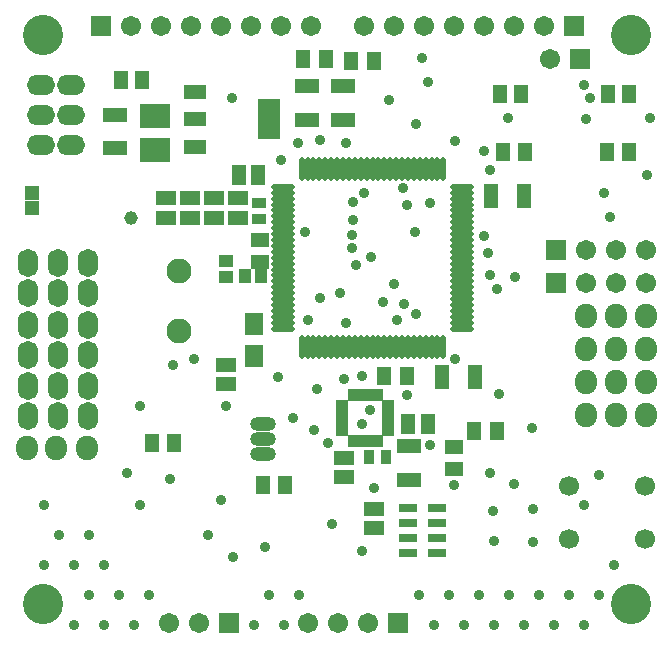
<source format=gts>
G04 Layer_Color=8388736*
%FSTAX24Y24*%
%MOIN*%
G70*
G01*
G75*
%ADD65R,0.0395X0.0198*%
%ADD66R,0.0198X0.0395*%
%ADD67R,0.0474X0.0513*%
%ADD68R,0.0769X0.1340*%
%ADD69R,0.0769X0.0454*%
%ADD70O,0.0198X0.0789*%
%ADD71O,0.0789X0.0198*%
%ADD72R,0.0797X0.0482*%
%ADD73R,0.0454X0.0631*%
%ADD74R,0.0986X0.0789*%
%ADD75R,0.0513X0.0698*%
%ADD76R,0.0698X0.0513*%
%ADD77R,0.0470X0.0659*%
%ADD78R,0.0474X0.0631*%
%ADD79R,0.0631X0.0454*%
%ADD80R,0.0466X0.0419*%
%ADD81R,0.0419X0.0466*%
%ADD82R,0.0592X0.0749*%
%ADD83R,0.0659X0.0470*%
%ADD84R,0.0482X0.0797*%
%ADD85R,0.0450X0.0375*%
%ADD86R,0.0612X0.0297*%
%ADD87R,0.0375X0.0450*%
%ADD88R,0.0671X0.0671*%
%ADD89C,0.0671*%
%ADD90O,0.0680X0.0940*%
%ADD91O,0.0730X0.0830*%
%ADD92C,0.0667*%
%ADD93C,0.0830*%
%ADD94C,0.1340*%
%ADD95O,0.0940X0.0680*%
%ADD96O,0.0867X0.0474*%
%ADD97O,0.0867X0.0474*%
%ADD98C,0.0360*%
%ADD99C,0.0460*%
D65*
X041982Y027492D02*
D03*
Y027295D02*
D03*
Y027098D02*
D03*
Y026902D02*
D03*
Y026705D02*
D03*
Y026508D02*
D03*
X043518D02*
D03*
Y026705D02*
D03*
Y026902D02*
D03*
Y027098D02*
D03*
Y027295D02*
D03*
Y027492D02*
D03*
D66*
X042258Y026232D02*
D03*
X042455D02*
D03*
X042652D02*
D03*
X042848D02*
D03*
X043045D02*
D03*
X043242D02*
D03*
Y027768D02*
D03*
X043045D02*
D03*
X042848D02*
D03*
X042652D02*
D03*
X042455D02*
D03*
X042258D02*
D03*
D67*
X03165Y034D02*
D03*
Y034512D02*
D03*
D68*
X03954Y03695D02*
D03*
D69*
X03706Y036044D02*
D03*
Y03695D02*
D03*
Y037856D02*
D03*
D70*
X040624Y035315D02*
D03*
X040821D02*
D03*
X041018D02*
D03*
X041215D02*
D03*
X041412D02*
D03*
X041609D02*
D03*
X041806D02*
D03*
X042002D02*
D03*
X042199D02*
D03*
X042396D02*
D03*
X042593D02*
D03*
X04279D02*
D03*
X042987D02*
D03*
X043183D02*
D03*
X04338D02*
D03*
X043577D02*
D03*
X043774D02*
D03*
X043971D02*
D03*
X044168D02*
D03*
X044365D02*
D03*
X044561D02*
D03*
X044758D02*
D03*
X044955D02*
D03*
X045152D02*
D03*
X045349D02*
D03*
Y02937D02*
D03*
X045152D02*
D03*
X044955D02*
D03*
X044758D02*
D03*
X044561D02*
D03*
X044365D02*
D03*
X044168D02*
D03*
X043971D02*
D03*
X043774D02*
D03*
X043577D02*
D03*
X04338D02*
D03*
X043183D02*
D03*
X042987D02*
D03*
X04279D02*
D03*
X042593D02*
D03*
X042396D02*
D03*
X042199D02*
D03*
X042002D02*
D03*
X041806D02*
D03*
X041609D02*
D03*
X041412D02*
D03*
X041215D02*
D03*
X041018D02*
D03*
X040821D02*
D03*
X040624D02*
D03*
D71*
X045959Y034704D02*
D03*
Y034507D02*
D03*
Y034311D02*
D03*
Y034114D02*
D03*
Y033917D02*
D03*
Y03372D02*
D03*
Y033523D02*
D03*
Y033326D02*
D03*
Y03313D02*
D03*
Y032933D02*
D03*
Y032736D02*
D03*
Y032539D02*
D03*
Y032342D02*
D03*
Y032145D02*
D03*
Y031948D02*
D03*
Y031752D02*
D03*
Y031555D02*
D03*
Y031358D02*
D03*
Y031161D02*
D03*
Y030964D02*
D03*
Y030767D02*
D03*
Y03057D02*
D03*
Y030374D02*
D03*
Y030177D02*
D03*
Y02998D02*
D03*
X040014D02*
D03*
Y030177D02*
D03*
Y030374D02*
D03*
Y03057D02*
D03*
Y030767D02*
D03*
Y030964D02*
D03*
Y031161D02*
D03*
Y031358D02*
D03*
Y031555D02*
D03*
Y031752D02*
D03*
Y031948D02*
D03*
Y032145D02*
D03*
Y032342D02*
D03*
Y032539D02*
D03*
Y032736D02*
D03*
Y032933D02*
D03*
Y03313D02*
D03*
Y033326D02*
D03*
Y033523D02*
D03*
Y03372D02*
D03*
Y033917D02*
D03*
Y034114D02*
D03*
Y034311D02*
D03*
Y034507D02*
D03*
Y034704D02*
D03*
D72*
X042Y036949D02*
D03*
Y038051D02*
D03*
X0408Y036949D02*
D03*
Y038051D02*
D03*
X0344Y036D02*
D03*
Y037102D02*
D03*
X0442Y024949D02*
D03*
Y026051D02*
D03*
D73*
X040676Y03895D02*
D03*
X041424D02*
D03*
X040074Y02475D02*
D03*
X039326D02*
D03*
X035626Y02615D02*
D03*
X036374D02*
D03*
X046376Y02655D02*
D03*
X047124D02*
D03*
X043376Y0284D02*
D03*
X044124D02*
D03*
X047326Y03585D02*
D03*
X048074D02*
D03*
X050802D02*
D03*
X05155D02*
D03*
X042276Y0389D02*
D03*
X043024D02*
D03*
D74*
X03575Y037071D02*
D03*
Y035929D02*
D03*
D75*
X039169Y0351D02*
D03*
X038531D02*
D03*
D76*
X036087Y033681D02*
D03*
Y034319D02*
D03*
X036896Y033681D02*
D03*
Y034319D02*
D03*
X037706Y033681D02*
D03*
Y034319D02*
D03*
X038516Y033681D02*
D03*
Y034319D02*
D03*
X0381Y028769D02*
D03*
Y028131D02*
D03*
X04305Y023331D02*
D03*
Y023969D02*
D03*
D77*
X044177Y0268D02*
D03*
X044823D02*
D03*
D78*
X035304Y03825D02*
D03*
X034596D02*
D03*
X04795Y0378D02*
D03*
X047241D02*
D03*
X051535D02*
D03*
X050826D02*
D03*
D79*
X03925Y032941D02*
D03*
Y032193D02*
D03*
X0457Y026048D02*
D03*
Y0253D02*
D03*
D80*
X0381Y032226D02*
D03*
Y031707D02*
D03*
D81*
X03926Y031717D02*
D03*
X03874D02*
D03*
D82*
X03905Y029069D02*
D03*
Y030131D02*
D03*
D83*
X04205Y025673D02*
D03*
Y025027D02*
D03*
D84*
X048051Y0344D02*
D03*
X046949D02*
D03*
X046401Y02835D02*
D03*
X045299D02*
D03*
D85*
X0392Y033624D02*
D03*
Y034176D02*
D03*
D86*
X045122Y023988D02*
D03*
Y023496D02*
D03*
Y023004D02*
D03*
Y022512D02*
D03*
X044178D02*
D03*
Y023004D02*
D03*
Y023496D02*
D03*
Y023988D02*
D03*
D87*
X042874Y0257D02*
D03*
X043426D02*
D03*
D88*
X0382Y02015D02*
D03*
X0499Y03895D02*
D03*
X0497Y04005D02*
D03*
X0491Y0326D02*
D03*
Y0315D02*
D03*
X04385Y02015D02*
D03*
X03395Y04005D02*
D03*
D89*
X0372Y02015D02*
D03*
X0362D02*
D03*
X0489Y03895D02*
D03*
X0427Y04005D02*
D03*
X0437D02*
D03*
X0447D02*
D03*
X0457D02*
D03*
X0467D02*
D03*
X0477D02*
D03*
X0487D02*
D03*
X0501Y0326D02*
D03*
X0511D02*
D03*
X0521D02*
D03*
X0501Y0315D02*
D03*
X0511D02*
D03*
X0521D02*
D03*
X04285Y02015D02*
D03*
X04185D02*
D03*
X04085D02*
D03*
X03495Y04005D02*
D03*
X03595D02*
D03*
X03695D02*
D03*
X03795D02*
D03*
X03895D02*
D03*
X03995D02*
D03*
X04095D02*
D03*
D90*
X033488Y02805D02*
D03*
X032488D02*
D03*
X031498D02*
D03*
X033488Y02705D02*
D03*
X031488D02*
D03*
X032488D02*
D03*
X033488Y0301D02*
D03*
X032488D02*
D03*
X031498D02*
D03*
X033488Y0291D02*
D03*
X031488D02*
D03*
X032488D02*
D03*
X033488Y032153D02*
D03*
X032488Y03215D02*
D03*
X031498D02*
D03*
X033488Y03115D02*
D03*
X031488D02*
D03*
X032488D02*
D03*
D91*
X033458Y026D02*
D03*
X032448D02*
D03*
X031468D02*
D03*
X0501Y0293D02*
D03*
X05111D02*
D03*
X05209D02*
D03*
X0501Y0304D02*
D03*
X05111D02*
D03*
X05209D02*
D03*
X0501Y0282D02*
D03*
X05111D02*
D03*
X05209D02*
D03*
X0501Y0271D02*
D03*
X05111D02*
D03*
X05209D02*
D03*
D92*
X05208Y024736D02*
D03*
Y022964D02*
D03*
X04952Y024736D02*
D03*
Y022964D02*
D03*
D93*
X03655Y0299D02*
D03*
Y0319D02*
D03*
D94*
X0516Y03975D02*
D03*
Y0208D02*
D03*
X032D02*
D03*
Y03975D02*
D03*
D95*
X03295Y0361D02*
D03*
Y0371D02*
D03*
Y03809D02*
D03*
X03195Y0361D02*
D03*
Y0381D02*
D03*
Y0371D02*
D03*
D96*
X03935Y0268D02*
D03*
D97*
Y0263D02*
D03*
Y0258D02*
D03*
D98*
X04575Y028969D02*
D03*
X0429Y02725D02*
D03*
X04105Y0266D02*
D03*
X04265Y0268D02*
D03*
X0457Y02475D02*
D03*
X044124Y02775D02*
D03*
X0415Y02615D02*
D03*
X0375Y0231D02*
D03*
X04115Y02795D02*
D03*
X04125Y031D02*
D03*
X03835Y02235D02*
D03*
X0421Y03015D02*
D03*
X04085Y03025D02*
D03*
X0419Y03115D02*
D03*
X04445Y0368D02*
D03*
X04075Y0332D02*
D03*
X0475Y037D02*
D03*
X05215Y0351D02*
D03*
X04355Y0376D02*
D03*
X0449Y03415D02*
D03*
X04465Y039D02*
D03*
X04485Y0382D02*
D03*
X04575Y036225D02*
D03*
X0501Y03695D02*
D03*
X05025Y03765D02*
D03*
X0444Y0332D02*
D03*
X04405Y0308D02*
D03*
X04235Y0342D02*
D03*
X0423Y03265D02*
D03*
X04295Y03235D02*
D03*
X04245Y0321D02*
D03*
X0437Y03145D02*
D03*
X04335Y03085D02*
D03*
X0438Y03025D02*
D03*
X0427Y0345D02*
D03*
X04125Y03625D02*
D03*
X04415Y0341D02*
D03*
X03985Y02835D02*
D03*
X0381Y0274D02*
D03*
X04445Y03045D02*
D03*
X04775Y0317D02*
D03*
X04685Y0325D02*
D03*
X0469Y03175D02*
D03*
X04715Y0313D02*
D03*
X0507Y0345D02*
D03*
X05225Y037D02*
D03*
X0421Y03615D02*
D03*
X0509Y0337D02*
D03*
X04035Y027D02*
D03*
X0472Y0278D02*
D03*
X0467Y0359D02*
D03*
X0383Y03765D02*
D03*
X0469Y02515D02*
D03*
X0483Y02665D02*
D03*
X03795Y02425D02*
D03*
X0405Y03615D02*
D03*
X03635Y02875D02*
D03*
X04235Y0336D02*
D03*
X0423Y0331D02*
D03*
X03705Y02895D02*
D03*
X0467Y03305D02*
D03*
X044Y03465D02*
D03*
X0469Y03525D02*
D03*
X03995Y0356D02*
D03*
X04305Y02465D02*
D03*
X0449Y0261D02*
D03*
X04265Y0284D02*
D03*
X04205Y0283D02*
D03*
X03205Y0221D02*
D03*
X03255Y0231D02*
D03*
X03205Y0241D02*
D03*
X03305Y0201D02*
D03*
X03355Y0211D02*
D03*
X03305Y0221D02*
D03*
X03355Y0231D02*
D03*
X03405Y0201D02*
D03*
X03455Y0211D02*
D03*
X03405Y0221D02*
D03*
X03505Y0201D02*
D03*
X03555Y0211D02*
D03*
X03905Y0201D02*
D03*
X03955Y0211D02*
D03*
X04005Y0201D02*
D03*
X04055Y0211D02*
D03*
X04455D02*
D03*
X04505Y0201D02*
D03*
X04555Y0211D02*
D03*
X04605Y0201D02*
D03*
X04655Y0211D02*
D03*
X04705Y0201D02*
D03*
X04755Y0211D02*
D03*
X04805Y0201D02*
D03*
X04855Y0211D02*
D03*
X04905Y0201D02*
D03*
X04955Y0211D02*
D03*
X05005Y0201D02*
D03*
X05055Y0211D02*
D03*
X05005Y0241D02*
D03*
X05055Y0251D02*
D03*
X05005Y0381D02*
D03*
X05105Y0221D02*
D03*
X047Y0239D02*
D03*
X04705Y0229D02*
D03*
X04835Y02395D02*
D03*
Y02285D02*
D03*
X0477Y0248D02*
D03*
X0348Y02515D02*
D03*
X03525Y0241D02*
D03*
X03625Y02495D02*
D03*
X0394Y0227D02*
D03*
X04165Y02345D02*
D03*
X04265Y02255D02*
D03*
X03525Y0274D02*
D03*
D99*
X03495Y03365D02*
D03*
M02*

</source>
